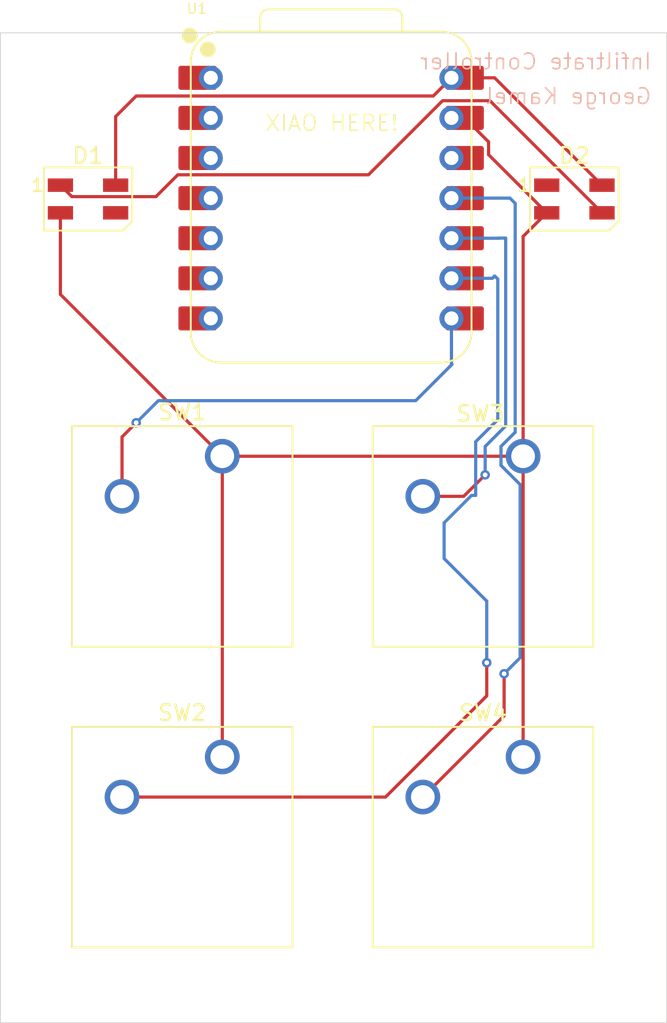
<source format=kicad_pcb>
(kicad_pcb (version 20241229) (generator "pcbnew") (generator_version "9.0")
  (layers (0 "F.Cu" signal) (2 "B.Cu" signal) (13 "F.Paste" user) (15 "B.Paste" user) (5 "F.SilkS" user "F.Silkscreen") (7 "B.SilkS" user "B.Silkscreen") (1 "F.Mask" user) (3 "B.Mask" user) (25 "Edge.Cuts" user))
  (net 0 "")
  (net 1 "+5V")
  (net 2 "GND")
  (net 3 "Net-(D1-DOUT)")
  (net 4 "Net-(D1-DIN)")
  (net 6 "Net-(U1-GPIO1{slash}RX)")
  (net 7 "Net-(U1-GPIO2{slash}SCK)")
  (net 8 "Net-(U1-GPIO4{slash}MISO)")
  (net 9 "Net-(U1-GPIO3{slash}MOSI)")
  (footprint "Button_Switch_Keyboard:SW_Cherry_MX_1.00u_PCB" (layer "F.Cu") (at 140.6525 90.17)
    (property "Reference" "SW2" (at -2.54 -2.794 0) (layer "F.SilkS"))
    (property "Value" "SW_Push")
    (fp_line (start -9.525 -1.905) (end 4.445 -1.905) (stroke (width 0.12)) (layer "F.SilkS"))
    (fp_line (start -9.525 12.065) (end -9.525 -1.905) (stroke (width 0.12)) (layer "F.SilkS"))
    (fp_line (start 4.445 -1.905) (end 4.445 12.065) (stroke (width 0.12)) (layer "F.SilkS"))
    (fp_line (start 4.445 12.065) (end -9.525 12.065) (stroke (width 0.12)) (layer "F.SilkS"))
    (pad "" np_thru_hole circle (at -7.62 5.08) (size 1.7 1.7) (drill 1.7) (layers "*.Cu" "*.Mask"))
    (pad "" np_thru_hole circle (at -2.54 5.08) (size 4 4) (drill 4) (layers "*.Cu" "*.Mask"))
    (pad "" np_thru_hole circle (at 2.54 5.08) (size 1.7 1.7) (drill 1.7) (layers "*.Cu" "*.Mask"))
    (pad "1" thru_hole circle (at 0 0) (size 2.2 2.2) (drill 1.5) (layers "*.Cu" "*.Mask") (net 2 "GND"))
    (pad "2" thru_hole circle (at -6.35 2.54) (size 2.2 2.2) (drill 1.5) (layers "*.Cu" "*.Mask") (net 7 "Net-(U1-GPIO2{slash}SCK)"))
  )
  (footprint "Button_Switch_Keyboard:SW_Cherry_MX_1.00u_PCB" (layer "F.Cu") (at 159.7025 90.17)
    (property "Reference" "SW4" (at -2.54 -2.794 0) (layer "F.SilkS"))
    (property "Value" "SW_Push")
    (fp_line (start -9.525 -1.905) (end 4.445 -1.905) (stroke (width 0.12)) (layer "F.SilkS"))
    (fp_line (start -9.525 12.065) (end -9.525 -1.905) (stroke (width 0.12)) (layer "F.SilkS"))
    (fp_line (start 4.445 -1.905) (end 4.445 12.065) (stroke (width 0.12)) (layer "F.SilkS"))
    (fp_line (start 4.445 12.065) (end -9.525 12.065) (stroke (width 0.12)) (layer "F.SilkS"))
    (pad "" np_thru_hole circle (at -7.62 5.08) (size 1.7 1.7) (drill 1.7) (layers "*.Cu" "*.Mask"))
    (pad "" np_thru_hole circle (at -2.54 5.08) (size 4 4) (drill 4) (layers "*.Cu" "*.Mask"))
    (pad "" np_thru_hole circle (at 2.54 5.08) (size 1.7 1.7) (drill 1.7) (layers "*.Cu" "*.Mask"))
    (pad "1" thru_hole circle (at 0 0) (size 2.2 2.2) (drill 1.5) (layers "*.Cu" "*.Mask") (net 2 "GND"))
    (pad "2" thru_hole circle (at -6.35 2.54) (size 2.2 2.2) (drill 1.5) (layers "*.Cu" "*.Mask") (net 9 "Net-(U1-GPIO3{slash}MOSI)"))
  )
  (footprint "LED_SMD:LED_SK6812MINI_PLCC4_3.5x3.5mm_P1.75mm" (layer "F.Cu") (at 162.95 54.825)
    (property "Reference" "D2" (at 0 -2.75 0) (layer "F.SilkS"))
    (property "Value" "SK6812MINI")
    (fp_line (start -2.8 -2) (end -2.8 2) (stroke (width 0.12)) (layer "F.SilkS"))
    (fp_line (start -2.8 -2) (end 2.8 -2) (stroke (width 0.12)) (layer "F.SilkS"))
    (fp_line (start -2.8 2) (end 2.2 2) (stroke (width 0.12)) (layer "F.SilkS"))
    (fp_line (start 2.8 1.4) (end 2.2 2) (stroke (width 0.12)) (layer "F.SilkS"))
    (fp_line (start 2.8 1.4) (end 2.8 -2) (stroke (width 0.12)) (layer "F.SilkS"))
    (fp_text user "1" (at -3.2 -0.875 0) (layer "F.SilkS") (effects (font (size 0.8 0.8))))
    (pad "1" smd rect (at -1.75 -0.875) (size 1.6 0.85) (layers "F.Cu" "F.Mask" "F.Paste"))
    (pad "2" smd rect (at -1.75 0.875) (size 1.6 0.85) (layers "F.Cu" "F.Mask" "F.Paste") (net 2 "GND"))
    (pad "3" smd rect (at 1.75 0.875) (size 1.6 0.85) (layers "F.Cu" "F.Mask" "F.Paste") (net 3 "Net-(D1-DOUT)"))
    (pad "4" smd rect (at 1.75 -0.875) (size 1.6 0.85) (layers "F.Cu" "F.Mask" "F.Paste") (net 1 "+5V"))
  )
  (footprint "Button_Switch_Keyboard:SW_Cherry_MX_1.00u_PCB" (layer "F.Cu") (at 159.7025 71.12)
    (property "Reference" "SW3" (at -2.7025 -2.70125 0) (layer "F.SilkS"))
    (property "Value" "SW_Push")
    (fp_line (start -9.525 -1.905) (end 4.445 -1.905) (stroke (width 0.12)) (layer "F.SilkS"))
    (fp_line (start -9.525 12.065) (end -9.525 -1.905) (stroke (width 0.12)) (layer "F.SilkS"))
    (fp_line (start 4.445 -1.905) (end 4.445 12.065) (stroke (width 0.12)) (layer "F.SilkS"))
    (fp_line (start 4.445 12.065) (end -9.525 12.065) (stroke (width 0.12)) (layer "F.SilkS"))
    (pad "" np_thru_hole circle (at -7.62 5.08) (size 1.7 1.7) (drill 1.7) (layers "*.Cu" "*.Mask"))
    (pad "" np_thru_hole circle (at -2.54 5.08) (size 4 4) (drill 4) (layers "*.Cu" "*.Mask"))
    (pad "" np_thru_hole circle (at 2.54 5.08) (size 1.7 1.7) (drill 1.7) (layers "*.Cu" "*.Mask"))
    (pad "1" thru_hole circle (at 0 0) (size 2.2 2.2) (drill 1.5) (layers "*.Cu" "*.Mask") (net 2 "GND"))
    (pad "2" thru_hole circle (at -6.35 2.54) (size 2.2 2.2) (drill 1.5) (layers "*.Cu" "*.Mask") (net 8 "Net-(U1-GPIO4{slash}MISO)"))
  )
  (footprint "Button_Switch_Keyboard:SW_Cherry_MX_1.00u_PCB" (layer "F.Cu") (at 140.6525 71.12)
    (property "Reference" "SW1" (at -2.54 -2.794 0) (layer "F.SilkS"))
    (property "Value" "SW_Push")
    (fp_line (start -9.525 -1.905) (end 4.445 -1.905) (stroke (width 0.12)) (layer "F.SilkS"))
    (fp_line (start -9.525 12.065) (end -9.525 -1.905) (stroke (width 0.12)) (layer "F.SilkS"))
    (fp_line (start 4.445 -1.905) (end 4.445 12.065) (stroke (width 0.12)) (layer "F.SilkS"))
    (fp_line (start 4.445 12.065) (end -9.525 12.065) (stroke (width 0.12)) (layer "F.SilkS"))
    (pad "" np_thru_hole circle (at -7.62 5.08) (size 1.7 1.7) (drill 1.7) (layers "*.Cu" "*.Mask"))
    (pad "" np_thru_hole circle (at -2.54 5.08) (size 4 4) (drill 4) (layers "*.Cu" "*.Mask"))
    (pad "" np_thru_hole circle (at 2.54 5.08) (size 1.7 1.7) (drill 1.7) (layers "*.Cu" "*.Mask"))
    (pad "1" thru_hole circle (at 0 0) (size 2.2 2.2) (drill 1.5) (layers "*.Cu" "*.Mask") (net 2 "GND"))
    (pad "2" thru_hole circle (at -6.35 2.54) (size 2.2 2.2) (drill 1.5) (layers "*.Cu" "*.Mask") (net 6 "Net-(U1-GPIO1{slash}RX)"))
  )
  (footprint "LED_SMD:LED_SK6812MINI_PLCC4_3.5x3.5mm_P1.75mm" (layer "F.Cu") (at 132.15 54.825)
    (property "Reference" "D1" (at 0 -2.75 0) (layer "F.SilkS"))
    (property "Value" "SK6812MINI")
    (fp_line (start -2.8 -2) (end -2.8 2) (stroke (width 0.12)) (layer "F.SilkS"))
    (fp_line (start -2.8 -2) (end 2.8 -2) (stroke (width 0.12)) (layer "F.SilkS"))
    (fp_line (start -2.8 2) (end 2.2 2) (stroke (width 0.12)) (layer "F.SilkS"))
    (fp_line (start 2.8 1.4) (end 2.2 2) (stroke (width 0.12)) (layer "F.SilkS"))
    (fp_line (start 2.8 1.4) (end 2.8 -2) (stroke (width 0.12)) (layer "F.SilkS"))
    (fp_text user "1" (at -3.2 -0.875 0) (layer "F.SilkS") (effects (font (size 0.8 0.8))))
    (pad "1" smd rect (at -1.75 -0.875) (size 1.6 0.85) (layers "F.Cu" "F.Mask" "F.Paste") (net 3 "Net-(D1-DOUT)"))
    (pad "2" smd rect (at -1.75 0.875) (size 1.6 0.85) (layers "F.Cu" "F.Mask" "F.Paste") (net 2 "GND"))
    (pad "3" smd rect (at 1.75 0.875) (size 1.6 0.85) (layers "F.Cu" "F.Mask" "F.Paste") (net 4 "Net-(D1-DIN)"))
    (pad "4" smd rect (at 1.75 -0.875) (size 1.6 0.85) (layers "F.Cu" "F.Mask" "F.Paste") (net 1 "+5V"))
  )
  (footprint "Seeed Studio XIAO Series Library:XIAO-RP2040-DIP" (layer "F.Cu") (at 147.545 54.76875)
    (property "Reference" "U1" (at -8.5 -12 0) (layer "F.SilkS") (effects (font (size 0.635 0.635) (thickness 0.1016))))
    (property "Value" "XIAO-RP2040-DIP")
    (fp_line (start -8.89 8.509) (end -8.89 -8.636) (stroke (width 0.127)) (layer "F.SilkS"))
    (fp_line (start -6.985 10.414) (end 6.985 10.414) (stroke (width 0.127)) (layer "F.SilkS"))
    (fp_line (start -4.495 -10.541) (end -4.491272 -11.451272) (stroke (width 0.127)) (layer "F.SilkS"))
    (fp_line (start -3.991272 -11.951) (end 4.004 -11.951) (stroke (width 0.127)) (layer "F.SilkS"))
    (fp_line (start 4.504 -11.451) (end 4.504 -10.541) (stroke (width 0.127)) (layer "F.SilkS"))
    (fp_line (start 6.985 -10.541) (end -6.985 -10.541) (stroke (width 0.1)) (layer "F.SilkS"))
    (fp_line (start 6.985 -10.541) (end -6.985 -10.541) (stroke (width 0.127)) (layer "F.SilkS"))
    (fp_line (start 8.89 8.509) (end 8.89 -8.636) (stroke (width 0.127)) (layer "F.SilkS"))
    (fp_arc (start -8.89 -8.636) (mid -8.332038 -9.983038) (end -6.985 -10.541) (stroke (width 0.127)) (layer "F.SilkS"))
    (fp_arc (start -6.985 10.414) (mid -8.332038 9.856038) (end -8.89 8.509) (stroke (width 0.127)) (layer "F.SilkS"))
    (fp_arc (start -4.491272 -11.451272) (mid -4.344728 -11.80464) (end -3.991272 -11.951) (stroke (width 0.127)) (layer "F.SilkS"))
    (fp_arc (start 4.004 -11.951) (mid 4.357553 -11.804553) (end 4.504 -11.451) (stroke (width 0.127)) (layer "F.SilkS"))
    (fp_arc (start 6.985 -10.541) (mid 8.332038 -9.983038) (end 8.89 -8.636) (stroke (width 0.127)) (layer "F.SilkS"))
    (fp_arc (start 8.89 8.509) (mid 8.332038 9.856038) (end 6.985 10.414) (stroke (width 0.127)) (layer "F.SilkS"))
    (fp_circle (center -8.95 -10.3) (end -8.95 -10.554) (stroke (width 0.5)) (fill yes) (layer "F.SilkS"))
    (fp_circle (center -7.807 -9.42) (end -7.807 -9.674) (stroke (width 0.5)) (fill yes) (layer "F.SilkS"))
    (pad "1" smd roundrect (at -8.455 -7.62 180) (size 2.432 1.524) (layers "F.Cu" "F.Mask") (roundrect_rratio 0.1))
    (pad "1" thru_hole circle (at -7.62 -7.62 180) (size 1.524 1.524) (drill 0.889) (layers "*.Cu" "*.Mask"))
    (pad "2" smd roundrect (at -8.455 -5.08 180) (size 2.432 1.524) (layers "F.Cu" "F.Mask") (roundrect_rratio 0.1))
    (pad "2" thru_hole circle (at -7.62 -5.08 180) (size 1.524 1.524) (drill 0.889) (layers "*.Cu" "*.Mask"))
    (pad "3" smd roundrect (at -8.455 -2.54 180) (size 2.432 1.524) (layers "F.Cu" "F.Mask") (roundrect_rratio 0.1))
    (pad "3" thru_hole circle (at -7.62 -2.54 180) (size 1.524 1.524) (drill 0.889) (layers "*.Cu" "*.Mask"))
    (pad "4" smd roundrect (at -8.455 0 180) (size 2.432 1.524) (layers "F.Cu" "F.Mask") (roundrect_rratio 0.1))
    (pad "4" thru_hole circle (at -7.62 0 180) (size 1.524 1.524) (drill 0.889) (layers "*.Cu" "*.Mask"))
    (pad "5" smd roundrect (at -8.455 2.54 180) (size 2.432 1.524) (layers "F.Cu" "F.Mask") (roundrect_rratio 0.1) (net 4 "Net-(D1-DIN)"))
    (pad "5" thru_hole circle (at -7.62 2.54 180) (size 1.524 1.524) (drill 0.889) (layers "*.Cu" "*.Mask") (net 4 "Net-(D1-DIN)"))
    (pad "6" smd roundrect (at -8.455 5.08 180) (size 2.432 1.524) (layers "F.Cu" "F.Mask") (roundrect_rratio 0.1))
    (pad "6" thru_hole circle (at -7.62 5.08 180) (size 1.524 1.524) (drill 0.889) (layers "*.Cu" "*.Mask"))
    (pad "7" smd roundrect (at -8.455 7.62 180) (size 2.432 1.524) (layers "F.Cu" "F.Mask") (roundrect_rratio 0.1))
    (pad "7" thru_hole circle (at -7.62 7.62 180) (size 1.524 1.524) (drill 0.889) (layers "*.Cu" "*.Mask"))
    (pad "8" thru_hole circle (at 7.62 7.62) (size 1.524 1.524) (drill 0.889) (layers "*.Cu" "*.Mask") (net 6 "Net-(U1-GPIO1{slash}RX)"))
    (pad "8" smd roundrect (at 8.455 7.62) (size 2.432 1.524) (layers "F.Cu" "F.Mask") (roundrect_rratio 0.1) (net 6 "Net-(U1-GPIO1{slash}RX)"))
    (pad "9" thru_hole circle (at 7.62 5.08) (size 1.524 1.524) (drill 0.889) (layers "*.Cu" "*.Mask") (net 7 "Net-(U1-GPIO2{slash}SCK)"))
    (pad "9" smd roundrect (at 8.455 5.08) (size 2.432 1.524) (layers "F.Cu" "F.Mask") (roundrect_rratio 0.1) (net 7 "Net-(U1-GPIO2{slash}SCK)"))
    (pad "10" thru_hole circle (at 7.62 2.54) (size 1.524 1.524) (drill 0.889) (layers "*.Cu" "*.Mask") (net 8 "Net-(U1-GPIO4{slash}MISO)"))
    (pad "10" smd roundrect (at 8.455 2.54) (size 2.432 1.524) (layers "F.Cu" "F.Mask") (roundrect_rratio 0.1) (net 8 "Net-(U1-GPIO4{slash}MISO)"))
    (pad "11" thru_hole circle (at 7.62 0) (size 1.524 1.524) (drill 0.889) (layers "*.Cu" "*.Mask") (net 9 "Net-(U1-GPIO3{slash}MOSI)"))
    (pad "11" smd roundrect (at 8.455 0) (size 2.432 1.524) (layers "F.Cu" "F.Mask") (roundrect_rratio 0.1) (net 9 "Net-(U1-GPIO3{slash}MOSI)"))
    (pad "12" thru_hole circle (at 7.62 -2.54) (size 1.524 1.524) (drill 0.889) (layers "*.Cu" "*.Mask"))
    (pad "12" smd roundrect (at 8.455 -2.54) (size 2.432 1.524) (layers "F.Cu" "F.Mask") (roundrect_rratio 0.1))
    (pad "13" thru_hole circle (at 7.62 -5.08) (size 1.524 1.524) (drill 0.889) (layers "*.Cu" "*.Mask") (net 2 "GND"))
    (pad "13" smd roundrect (at 8.455 -5.08) (size 2.432 1.524) (layers "F.Cu" "F.Mask") (roundrect_rratio 0.1) (net 2 "GND"))
    (pad "14" thru_hole circle (at 7.62 -7.62) (size 1.524 1.524) (drill 0.889) (layers "*.Cu" "*.Mask") (net 1 "+5V"))
    (pad "14" smd roundrect (at 8.455 -7.62) (size 2.432 1.524) (layers "F.Cu" "F.Mask") (roundrect_rratio 0.1) (net 1 "+5V"))
  )
  (gr_rect (start 126.6 44.3) (end 168.8 107) (stroke (width 0.05)) (fill no) (layer "Edge.Cuts"))
  (gr_text "XIAO HERE!" (at 143.3 50.6 0) (layer "F.SilkS") (effects (font (size 1 1) (thickness 0.1)) (justify left bottom)))
  (gr_text "George Kamel" (at 167.9 48.9 0) (layer "B.SilkS") (effects (font (size 1 1) (thickness 0.1)) (justify left bottom mirror)))
  (gr_text "Infiltrate Controller" (at 167.9 46.7 0) (layer "B.SilkS") (effects (font (size 1 1) (thickness 0.1)) (justify left bottom mirror)))
  (segment (start 133.9 49.6) (end 133.9 53.95) (width 0.2) (layer "F.Cu") (net 1))
  (segment (start 155.165 47.14875) (end 154.01375 48.3) (width 0.2) (layer "F.Cu") (net 1))
  (segment (start 135.2 48.3) (end 133.9 49.6) (width 0.2) (layer "F.Cu") (net 1))
  (segment (start 157.89875 47.14875) (end 164.7 53.95) (width 0.2) (layer "F.Cu") (net 1))
  (segment (start 154.01375 48.3) (end 135.2 48.3) (width 0.2) (layer "F.Cu") (net 1))
  (segment (start 155.165 47.14875) (end 157.89875 47.14875) (width 0.2) (layer "F.Cu") (net 1))
  (segment (start 157.517 51.20575) (end 156 49.68875) (width 0.2) (layer "F.Cu") (net 2))
  (segment (start 140.6525 71.12) (end 130.4 60.8675) (width 0.2) (layer "F.Cu") (net 2))
  (segment (start 130.4 60.8675) (end 130.4 55.7) (width 0.2) (layer "F.Cu") (net 2))
  (segment (start 159.7025 57.1975) (end 161.2 55.7) (width 0.2) (layer "F.Cu") (net 2))
  (segment (start 157.517 52.017) (end 157.517 51.20575) (width 0.2) (layer "F.Cu") (net 2))
  (segment (start 159.7025 71.12) (end 159.7025 57.1975) (width 0.2) (layer "F.Cu") (net 2))
  (segment (start 159.7025 71.12) (end 140.6525 71.12) (width 0.2) (layer "F.Cu") (net 2))
  (segment (start 159.7025 71.12) (end 159.7025 90.17) (width 0.2) (layer "F.Cu") (net 2))
  (segment (start 140.6525 71.12) (end 140.6525 90.17) (width 0.2) (layer "F.Cu") (net 2))
  (segment (start 161.2 55.7) (end 157.517 52.017) (width 0.2) (layer "F.Cu") (net 2))
  (segment (start 137.834374 53.29175) (end 149.90825 53.29175) (width 0.2) (layer "F.Cu") (net 3))
  (segment (start 149.90825 53.29175) (end 154.6 48.6) (width 0.2) (layer "F.Cu") (net 3))
  (segment (start 136.450124 54.676) (end 137.834374 53.29175) (width 0.2) (layer "F.Cu") (net 3))
  (segment (start 157.6 48.6) (end 164.7 55.7) (width 0.2) (layer "F.Cu") (net 3))
  (segment (start 131.126 54.676) (end 136.450124 54.676) (width 0.2) (layer "F.Cu") (net 3))
  (segment (start 130.4 53.95) (end 131.126 54.676) (width 0.2) (layer "F.Cu") (net 3))
  (segment (start 154.6 48.6) (end 157.6 48.6) (width 0.2) (layer "F.Cu") (net 3))
  (segment (start 134.3025 73.66) (end 134.3025 69.8975) (width 0.2) (layer "F.Cu") (net 6))
  (segment (start 134.3025 69.8975) (end 135.2 69) (width 0.2) (layer "F.Cu") (net 6))
  (via (at 135.2 69) (size 0.6) (drill 0.3) (layers "F.Cu" "B.Cu") (net 6))
  (segment (start 136.6 67.6) (end 152.9 67.6) (width 0.2) (layer "B.Cu") (net 6))
  (segment (start 155.165 65.265) (end 155.165 62.38875) (width 0.2) (layer "B.Cu") (net 6))
  (segment (start 152.9 67.6) (end 155.2 65.3) (width 0.2) (layer "B.Cu") (net 6))
  (segment (start 135.2 69) (end 136.6 67.6) (width 0.2) (layer "B.Cu") (net 6))
  (segment (start 155.2 65.3) (end 155.165 65.265) (width 0.2) (layer "B.Cu") (net 6))
  (segment (start 150.99 92.71) (end 156.9 86.8) (width 0.2) (layer "F.Cu") (net 7))
  (segment (start 156.9 86.8) (end 157.4 86.3) (width 0.2) (layer "F.Cu") (net 7))
  (segment (start 157.4 86.3) (end 157.4 84.2) (width 0.2) (layer "F.Cu") (net 7))
  (segment (start 134.3025 92.71) (end 150.99 92.71) (width 0.2) (layer "F.Cu") (net 7))
  (via (at 157.4 84.2) (size 0.6) (drill 0.3) (layers "F.Cu" "B.Cu") (net 7))
  (segment (start 158.1 68.8) (end 158.1 59.9) (width 0.2) (layer "B.Cu") (net 7))
  (segment (start 158.1 59.9) (end 157.9 59.7) (width 0.2) (layer "B.Cu") (net 7))
  (segment (start 154.7 77.6) (end 154.7 75.337684) (width 0.2) (layer "B.Cu") (net 7))
  (segment (start 154.7 75.337684) (end 156.437684 73.6) (width 0.2) (layer "B.Cu") (net 7))
  (segment (start 157.75125 59.84875) (end 155.165 59.84875) (width 0.2) (layer "B.Cu") (net 7))
  (segment (start 157.4 84.2) (end 157.4 80.3) (width 0.2) (layer "B.Cu") (net 7))
  (segment (start 157.9 59.7) (end 157.75125 59.84875) (width 0.2) (layer "B.Cu") (net 7))
  (segment (start 156.7 73.6) (end 156.7 70.2) (width 0.2) (layer "B.Cu") (net 7))
  (segment (start 156.437684 73.6) (end 156.7 73.6) (width 0.2) (layer "B.Cu") (net 7))
  (segment (start 157.4 80.3) (end 154.7 77.6) (width 0.2) (layer "B.Cu") (net 7))
  (segment (start 156.7 70.2) (end 158.1 68.8) (width 0.2) (layer "B.Cu") (net 7))
  (segment (start 153.3525 73.66) (end 155.94 73.66) (width 0.2) (layer "F.Cu") (net 8))
  (segment (start 155.94 73.66) (end 157.3 72.3) (width 0.2) (layer "F.Cu") (net 8))
  (via (at 157.3 72.3) (size 0.6) (drill 0.3) (layers "F.Cu" "B.Cu") (net 8))
  (segment (start 157.3 70.5) (end 158.6 69.2) (width 0.2) (layer "B.Cu") (net 8))
  (segment (start 158.6 57.3) (end 158.2 57.3) (width 0.2) (layer "B.Cu") (net 8))
  (segment (start 158.2 57.3) (end 158.19125 57.30875) (width 0.2) (layer "B.Cu") (net 8))
  (segment (start 157.3 72.3) (end 157.3 70.5) (width 0.2) (layer "B.Cu") (net 8))
  (segment (start 158.6 69.2) (end 158.6 57.3) (width 0.2) (layer "B.Cu") (net 8))
  (segment (start 158.19125 57.30875) (end 155.165 57.30875) (width 0.2) (layer "B.Cu") (net 8))
  (segment (start 153.3525 92.71) (end 158.5 87.5625) (width 0.2) (layer "F.Cu") (net 9))
  (segment (start 158.5 87.5625) (end 158.5 84.9) (width 0.2) (layer "F.Cu") (net 9))
  (via (at 158.5 84.9) (size 0.6) (drill 0.3) (layers "F.Cu" "B.Cu") (net 9))
  (segment (start 158.5 84.9) (end 159.5135 83.8865) (width 0.2) (layer "B.Cu") (net 9))
  (segment (start 158.86875 54.76875) (end 155.165 54.76875) (width 0.2) (layer "B.Cu") (net 9))
  (segment (start 159.2 69.6) (end 159.2 55.1) (width 0.2) (layer "B.Cu") (net 9))
  (segment (start 158.3015 70.4985) (end 159.2 69.6) (width 0.2) (layer "B.Cu") (net 9))
  (segment (start 159.2 55.1) (end 158.86875 54.76875) (width 0.2) (layer "B.Cu") (net 9))
  (segment (start 158.3015 71.700314) (end 158.3015 70.4985) (width 0.2) (layer "B.Cu") (net 9))
  (segment (start 159.5135 83.8865) (end 159.5135 72.912314) (width 0.2) (layer "B.Cu") (net 9))
  (segment (start 159.5135 72.912314) (end 158.3015 71.700314) (width 0.2) (layer "B.Cu") (net 9))
)
</source>
